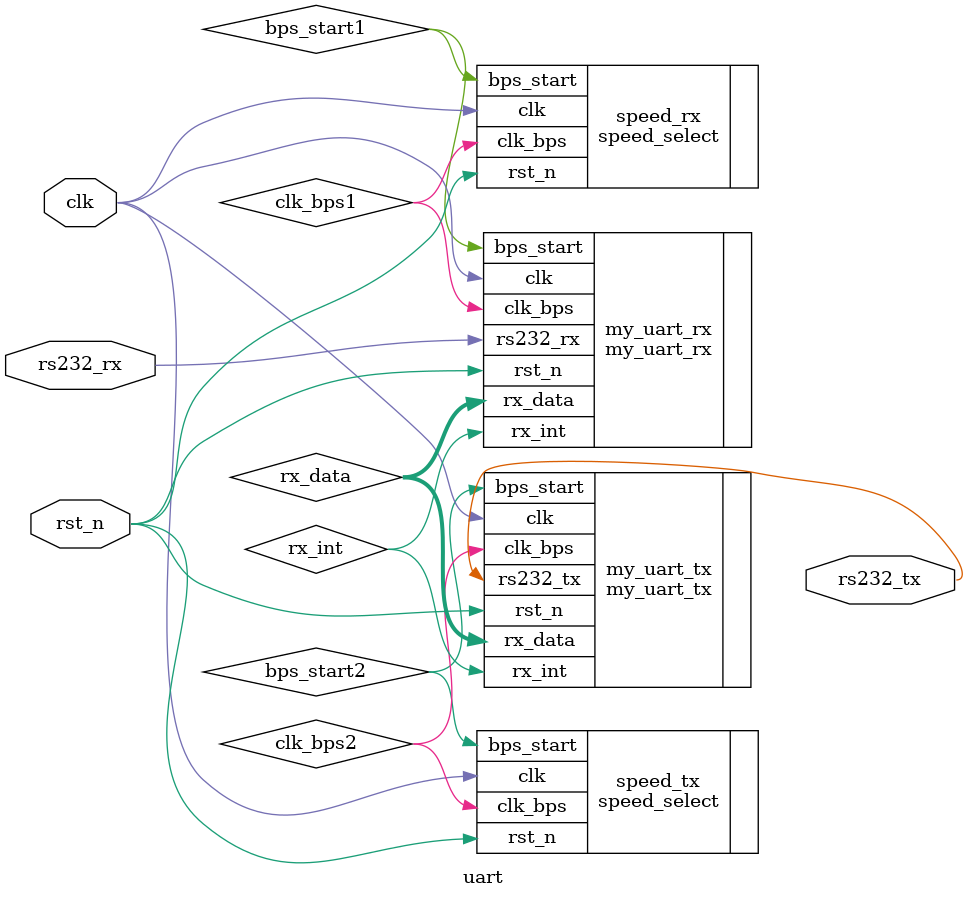
<source format=v>
module uart(
				clk,rst_n,
				rs232_rx,rs232_tx
				);

input clk;			// 50MHz???
input rst_n;		//???????

input rs232_rx;		// RS232??????
output rs232_tx;	//	RS232??????

wire bps_start1,bps_start2;	//??????????????????
wire clk_bps1,clk_bps2;		// clk_bps_r???????????????,??????????????? 
wire[7:0] rx_data;	//???????????????????
wire rx_int;		//????????,?????????????
//----------------------------------------------------
//?????????speed_rx?speed_tx?????????????????????
//????????????????????????????
////////////////////////////////////////////
speed_select		speed_rx(	
							.clk(clk),	//???????
							.rst_n(rst_n),
							.bps_start(bps_start1),
							.clk_bps(clk_bps1)
						);

my_uart_rx			my_uart_rx(		
							.clk(clk),	//??????
							.rst_n(rst_n),
							.rs232_rx(rs232_rx),
							.rx_data(rx_data),
							.rx_int(rx_int),
							.clk_bps(clk_bps1),
							.bps_start(bps_start1)
						);

///////////////////////////////////////////						
speed_select		speed_tx(	
							.clk(clk),	//???????
							.rst_n(rst_n),
							.bps_start(bps_start2),
							.clk_bps(clk_bps2)
						);

my_uart_tx			my_uart_tx(		
							.clk(clk),	//??????
							.rst_n(rst_n),
							.rx_data(rx_data),
							.rx_int(rx_int),
							.rs232_tx(rs232_tx),
							.clk_bps(clk_bps2),
							.bps_start(bps_start2)
						);

endmodule
</source>
